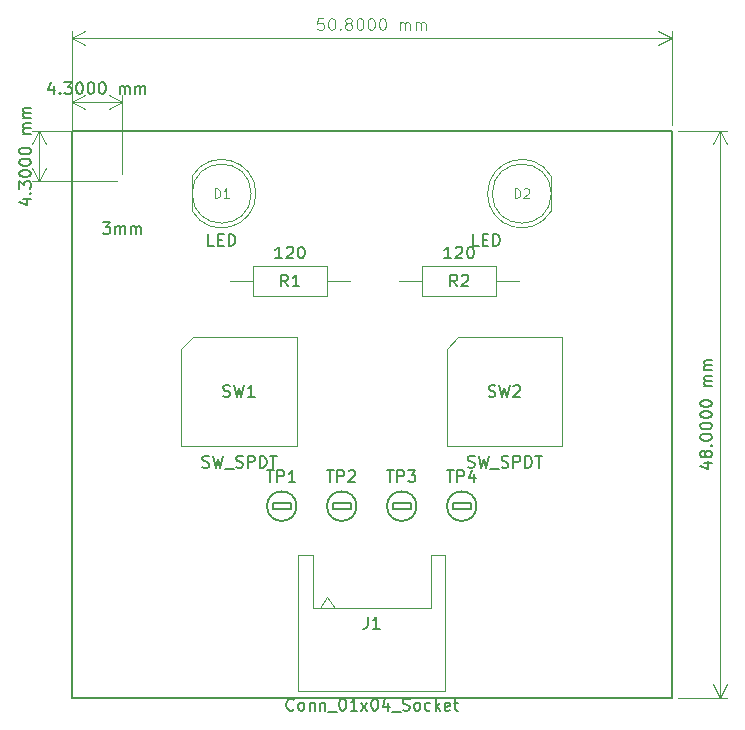
<source format=gbr>
%TF.GenerationSoftware,KiCad,Pcbnew,8.0.8*%
%TF.CreationDate,2025-03-31T22:30:44-04:00*%
%TF.ProjectId,rear_lights_unit_control_box,72656172-5f6c-4696-9768-74735f756e69,0*%
%TF.SameCoordinates,Original*%
%TF.FileFunction,AssemblyDrawing,Top*%
%FSLAX46Y46*%
G04 Gerber Fmt 4.6, Leading zero omitted, Abs format (unit mm)*
G04 Created by KiCad (PCBNEW 8.0.8) date 2025-03-31 22:30:44*
%MOMM*%
%LPD*%
G01*
G04 APERTURE LIST*
%ADD10C,0.200000*%
%ADD11C,0.150000*%
%ADD12C,0.100000*%
%ADD13C,0.120000*%
G04 APERTURE END LIST*
D10*
X101600000Y-50800000D02*
X152400000Y-50800000D01*
X152400000Y-98800000D01*
X101600000Y-98800000D01*
X101600000Y-50800000D01*
D11*
X136057142Y-60554819D02*
X135580952Y-60554819D01*
X135580952Y-60554819D02*
X135580952Y-59554819D01*
X136390476Y-60031009D02*
X136723809Y-60031009D01*
X136866666Y-60554819D02*
X136390476Y-60554819D01*
X136390476Y-60554819D02*
X136390476Y-59554819D01*
X136390476Y-59554819D02*
X136866666Y-59554819D01*
X137295238Y-60554819D02*
X137295238Y-59554819D01*
X137295238Y-59554819D02*
X137533333Y-59554819D01*
X137533333Y-59554819D02*
X137676190Y-59602438D01*
X137676190Y-59602438D02*
X137771428Y-59697676D01*
X137771428Y-59697676D02*
X137819047Y-59792914D01*
X137819047Y-59792914D02*
X137866666Y-59983390D01*
X137866666Y-59983390D02*
X137866666Y-60126247D01*
X137866666Y-60126247D02*
X137819047Y-60316723D01*
X137819047Y-60316723D02*
X137771428Y-60411961D01*
X137771428Y-60411961D02*
X137676190Y-60507200D01*
X137676190Y-60507200D02*
X137533333Y-60554819D01*
X137533333Y-60554819D02*
X137295238Y-60554819D01*
D12*
X122904762Y-41283419D02*
X122428572Y-41283419D01*
X122428572Y-41283419D02*
X122380953Y-41759609D01*
X122380953Y-41759609D02*
X122428572Y-41711990D01*
X122428572Y-41711990D02*
X122523810Y-41664371D01*
X122523810Y-41664371D02*
X122761905Y-41664371D01*
X122761905Y-41664371D02*
X122857143Y-41711990D01*
X122857143Y-41711990D02*
X122904762Y-41759609D01*
X122904762Y-41759609D02*
X122952381Y-41854847D01*
X122952381Y-41854847D02*
X122952381Y-42092942D01*
X122952381Y-42092942D02*
X122904762Y-42188180D01*
X122904762Y-42188180D02*
X122857143Y-42235800D01*
X122857143Y-42235800D02*
X122761905Y-42283419D01*
X122761905Y-42283419D02*
X122523810Y-42283419D01*
X122523810Y-42283419D02*
X122428572Y-42235800D01*
X122428572Y-42235800D02*
X122380953Y-42188180D01*
X123571429Y-41283419D02*
X123666667Y-41283419D01*
X123666667Y-41283419D02*
X123761905Y-41331038D01*
X123761905Y-41331038D02*
X123809524Y-41378657D01*
X123809524Y-41378657D02*
X123857143Y-41473895D01*
X123857143Y-41473895D02*
X123904762Y-41664371D01*
X123904762Y-41664371D02*
X123904762Y-41902466D01*
X123904762Y-41902466D02*
X123857143Y-42092942D01*
X123857143Y-42092942D02*
X123809524Y-42188180D01*
X123809524Y-42188180D02*
X123761905Y-42235800D01*
X123761905Y-42235800D02*
X123666667Y-42283419D01*
X123666667Y-42283419D02*
X123571429Y-42283419D01*
X123571429Y-42283419D02*
X123476191Y-42235800D01*
X123476191Y-42235800D02*
X123428572Y-42188180D01*
X123428572Y-42188180D02*
X123380953Y-42092942D01*
X123380953Y-42092942D02*
X123333334Y-41902466D01*
X123333334Y-41902466D02*
X123333334Y-41664371D01*
X123333334Y-41664371D02*
X123380953Y-41473895D01*
X123380953Y-41473895D02*
X123428572Y-41378657D01*
X123428572Y-41378657D02*
X123476191Y-41331038D01*
X123476191Y-41331038D02*
X123571429Y-41283419D01*
X124333334Y-42188180D02*
X124380953Y-42235800D01*
X124380953Y-42235800D02*
X124333334Y-42283419D01*
X124333334Y-42283419D02*
X124285715Y-42235800D01*
X124285715Y-42235800D02*
X124333334Y-42188180D01*
X124333334Y-42188180D02*
X124333334Y-42283419D01*
X124952381Y-41711990D02*
X124857143Y-41664371D01*
X124857143Y-41664371D02*
X124809524Y-41616752D01*
X124809524Y-41616752D02*
X124761905Y-41521514D01*
X124761905Y-41521514D02*
X124761905Y-41473895D01*
X124761905Y-41473895D02*
X124809524Y-41378657D01*
X124809524Y-41378657D02*
X124857143Y-41331038D01*
X124857143Y-41331038D02*
X124952381Y-41283419D01*
X124952381Y-41283419D02*
X125142857Y-41283419D01*
X125142857Y-41283419D02*
X125238095Y-41331038D01*
X125238095Y-41331038D02*
X125285714Y-41378657D01*
X125285714Y-41378657D02*
X125333333Y-41473895D01*
X125333333Y-41473895D02*
X125333333Y-41521514D01*
X125333333Y-41521514D02*
X125285714Y-41616752D01*
X125285714Y-41616752D02*
X125238095Y-41664371D01*
X125238095Y-41664371D02*
X125142857Y-41711990D01*
X125142857Y-41711990D02*
X124952381Y-41711990D01*
X124952381Y-41711990D02*
X124857143Y-41759609D01*
X124857143Y-41759609D02*
X124809524Y-41807228D01*
X124809524Y-41807228D02*
X124761905Y-41902466D01*
X124761905Y-41902466D02*
X124761905Y-42092942D01*
X124761905Y-42092942D02*
X124809524Y-42188180D01*
X124809524Y-42188180D02*
X124857143Y-42235800D01*
X124857143Y-42235800D02*
X124952381Y-42283419D01*
X124952381Y-42283419D02*
X125142857Y-42283419D01*
X125142857Y-42283419D02*
X125238095Y-42235800D01*
X125238095Y-42235800D02*
X125285714Y-42188180D01*
X125285714Y-42188180D02*
X125333333Y-42092942D01*
X125333333Y-42092942D02*
X125333333Y-41902466D01*
X125333333Y-41902466D02*
X125285714Y-41807228D01*
X125285714Y-41807228D02*
X125238095Y-41759609D01*
X125238095Y-41759609D02*
X125142857Y-41711990D01*
X125952381Y-41283419D02*
X126047619Y-41283419D01*
X126047619Y-41283419D02*
X126142857Y-41331038D01*
X126142857Y-41331038D02*
X126190476Y-41378657D01*
X126190476Y-41378657D02*
X126238095Y-41473895D01*
X126238095Y-41473895D02*
X126285714Y-41664371D01*
X126285714Y-41664371D02*
X126285714Y-41902466D01*
X126285714Y-41902466D02*
X126238095Y-42092942D01*
X126238095Y-42092942D02*
X126190476Y-42188180D01*
X126190476Y-42188180D02*
X126142857Y-42235800D01*
X126142857Y-42235800D02*
X126047619Y-42283419D01*
X126047619Y-42283419D02*
X125952381Y-42283419D01*
X125952381Y-42283419D02*
X125857143Y-42235800D01*
X125857143Y-42235800D02*
X125809524Y-42188180D01*
X125809524Y-42188180D02*
X125761905Y-42092942D01*
X125761905Y-42092942D02*
X125714286Y-41902466D01*
X125714286Y-41902466D02*
X125714286Y-41664371D01*
X125714286Y-41664371D02*
X125761905Y-41473895D01*
X125761905Y-41473895D02*
X125809524Y-41378657D01*
X125809524Y-41378657D02*
X125857143Y-41331038D01*
X125857143Y-41331038D02*
X125952381Y-41283419D01*
X126904762Y-41283419D02*
X127000000Y-41283419D01*
X127000000Y-41283419D02*
X127095238Y-41331038D01*
X127095238Y-41331038D02*
X127142857Y-41378657D01*
X127142857Y-41378657D02*
X127190476Y-41473895D01*
X127190476Y-41473895D02*
X127238095Y-41664371D01*
X127238095Y-41664371D02*
X127238095Y-41902466D01*
X127238095Y-41902466D02*
X127190476Y-42092942D01*
X127190476Y-42092942D02*
X127142857Y-42188180D01*
X127142857Y-42188180D02*
X127095238Y-42235800D01*
X127095238Y-42235800D02*
X127000000Y-42283419D01*
X127000000Y-42283419D02*
X126904762Y-42283419D01*
X126904762Y-42283419D02*
X126809524Y-42235800D01*
X126809524Y-42235800D02*
X126761905Y-42188180D01*
X126761905Y-42188180D02*
X126714286Y-42092942D01*
X126714286Y-42092942D02*
X126666667Y-41902466D01*
X126666667Y-41902466D02*
X126666667Y-41664371D01*
X126666667Y-41664371D02*
X126714286Y-41473895D01*
X126714286Y-41473895D02*
X126761905Y-41378657D01*
X126761905Y-41378657D02*
X126809524Y-41331038D01*
X126809524Y-41331038D02*
X126904762Y-41283419D01*
X127857143Y-41283419D02*
X127952381Y-41283419D01*
X127952381Y-41283419D02*
X128047619Y-41331038D01*
X128047619Y-41331038D02*
X128095238Y-41378657D01*
X128095238Y-41378657D02*
X128142857Y-41473895D01*
X128142857Y-41473895D02*
X128190476Y-41664371D01*
X128190476Y-41664371D02*
X128190476Y-41902466D01*
X128190476Y-41902466D02*
X128142857Y-42092942D01*
X128142857Y-42092942D02*
X128095238Y-42188180D01*
X128095238Y-42188180D02*
X128047619Y-42235800D01*
X128047619Y-42235800D02*
X127952381Y-42283419D01*
X127952381Y-42283419D02*
X127857143Y-42283419D01*
X127857143Y-42283419D02*
X127761905Y-42235800D01*
X127761905Y-42235800D02*
X127714286Y-42188180D01*
X127714286Y-42188180D02*
X127666667Y-42092942D01*
X127666667Y-42092942D02*
X127619048Y-41902466D01*
X127619048Y-41902466D02*
X127619048Y-41664371D01*
X127619048Y-41664371D02*
X127666667Y-41473895D01*
X127666667Y-41473895D02*
X127714286Y-41378657D01*
X127714286Y-41378657D02*
X127761905Y-41331038D01*
X127761905Y-41331038D02*
X127857143Y-41283419D01*
X129380953Y-42283419D02*
X129380953Y-41616752D01*
X129380953Y-41711990D02*
X129428572Y-41664371D01*
X129428572Y-41664371D02*
X129523810Y-41616752D01*
X129523810Y-41616752D02*
X129666667Y-41616752D01*
X129666667Y-41616752D02*
X129761905Y-41664371D01*
X129761905Y-41664371D02*
X129809524Y-41759609D01*
X129809524Y-41759609D02*
X129809524Y-42283419D01*
X129809524Y-41759609D02*
X129857143Y-41664371D01*
X129857143Y-41664371D02*
X129952381Y-41616752D01*
X129952381Y-41616752D02*
X130095238Y-41616752D01*
X130095238Y-41616752D02*
X130190477Y-41664371D01*
X130190477Y-41664371D02*
X130238096Y-41759609D01*
X130238096Y-41759609D02*
X130238096Y-42283419D01*
X130714286Y-42283419D02*
X130714286Y-41616752D01*
X130714286Y-41711990D02*
X130761905Y-41664371D01*
X130761905Y-41664371D02*
X130857143Y-41616752D01*
X130857143Y-41616752D02*
X131000000Y-41616752D01*
X131000000Y-41616752D02*
X131095238Y-41664371D01*
X131095238Y-41664371D02*
X131142857Y-41759609D01*
X131142857Y-41759609D02*
X131142857Y-42283419D01*
X131142857Y-41759609D02*
X131190476Y-41664371D01*
X131190476Y-41664371D02*
X131285714Y-41616752D01*
X131285714Y-41616752D02*
X131428571Y-41616752D01*
X131428571Y-41616752D02*
X131523810Y-41664371D01*
X131523810Y-41664371D02*
X131571429Y-41759609D01*
X131571429Y-41759609D02*
X131571429Y-42283419D01*
X101600000Y-50300000D02*
X101600000Y-42339580D01*
X152400000Y-50300000D02*
X152400000Y-42339580D01*
X101600000Y-42926000D02*
X152400000Y-42926000D01*
X101600000Y-42926000D02*
X152400000Y-42926000D01*
X101600000Y-42926000D02*
X102726504Y-42339579D01*
X101600000Y-42926000D02*
X102726504Y-43512421D01*
X152400000Y-42926000D02*
X151273496Y-43512421D01*
X152400000Y-42926000D02*
X151273496Y-42339579D01*
D11*
X97488152Y-56616666D02*
X98154819Y-56616666D01*
X97107200Y-56854761D02*
X97821485Y-57092856D01*
X97821485Y-57092856D02*
X97821485Y-56473809D01*
X98059580Y-56092856D02*
X98107200Y-56045237D01*
X98107200Y-56045237D02*
X98154819Y-56092856D01*
X98154819Y-56092856D02*
X98107200Y-56140475D01*
X98107200Y-56140475D02*
X98059580Y-56092856D01*
X98059580Y-56092856D02*
X98154819Y-56092856D01*
X97154819Y-55711904D02*
X97154819Y-55092857D01*
X97154819Y-55092857D02*
X97535771Y-55426190D01*
X97535771Y-55426190D02*
X97535771Y-55283333D01*
X97535771Y-55283333D02*
X97583390Y-55188095D01*
X97583390Y-55188095D02*
X97631009Y-55140476D01*
X97631009Y-55140476D02*
X97726247Y-55092857D01*
X97726247Y-55092857D02*
X97964342Y-55092857D01*
X97964342Y-55092857D02*
X98059580Y-55140476D01*
X98059580Y-55140476D02*
X98107200Y-55188095D01*
X98107200Y-55188095D02*
X98154819Y-55283333D01*
X98154819Y-55283333D02*
X98154819Y-55569047D01*
X98154819Y-55569047D02*
X98107200Y-55664285D01*
X98107200Y-55664285D02*
X98059580Y-55711904D01*
X97154819Y-54473809D02*
X97154819Y-54378571D01*
X97154819Y-54378571D02*
X97202438Y-54283333D01*
X97202438Y-54283333D02*
X97250057Y-54235714D01*
X97250057Y-54235714D02*
X97345295Y-54188095D01*
X97345295Y-54188095D02*
X97535771Y-54140476D01*
X97535771Y-54140476D02*
X97773866Y-54140476D01*
X97773866Y-54140476D02*
X97964342Y-54188095D01*
X97964342Y-54188095D02*
X98059580Y-54235714D01*
X98059580Y-54235714D02*
X98107200Y-54283333D01*
X98107200Y-54283333D02*
X98154819Y-54378571D01*
X98154819Y-54378571D02*
X98154819Y-54473809D01*
X98154819Y-54473809D02*
X98107200Y-54569047D01*
X98107200Y-54569047D02*
X98059580Y-54616666D01*
X98059580Y-54616666D02*
X97964342Y-54664285D01*
X97964342Y-54664285D02*
X97773866Y-54711904D01*
X97773866Y-54711904D02*
X97535771Y-54711904D01*
X97535771Y-54711904D02*
X97345295Y-54664285D01*
X97345295Y-54664285D02*
X97250057Y-54616666D01*
X97250057Y-54616666D02*
X97202438Y-54569047D01*
X97202438Y-54569047D02*
X97154819Y-54473809D01*
X97154819Y-53521428D02*
X97154819Y-53426190D01*
X97154819Y-53426190D02*
X97202438Y-53330952D01*
X97202438Y-53330952D02*
X97250057Y-53283333D01*
X97250057Y-53283333D02*
X97345295Y-53235714D01*
X97345295Y-53235714D02*
X97535771Y-53188095D01*
X97535771Y-53188095D02*
X97773866Y-53188095D01*
X97773866Y-53188095D02*
X97964342Y-53235714D01*
X97964342Y-53235714D02*
X98059580Y-53283333D01*
X98059580Y-53283333D02*
X98107200Y-53330952D01*
X98107200Y-53330952D02*
X98154819Y-53426190D01*
X98154819Y-53426190D02*
X98154819Y-53521428D01*
X98154819Y-53521428D02*
X98107200Y-53616666D01*
X98107200Y-53616666D02*
X98059580Y-53664285D01*
X98059580Y-53664285D02*
X97964342Y-53711904D01*
X97964342Y-53711904D02*
X97773866Y-53759523D01*
X97773866Y-53759523D02*
X97535771Y-53759523D01*
X97535771Y-53759523D02*
X97345295Y-53711904D01*
X97345295Y-53711904D02*
X97250057Y-53664285D01*
X97250057Y-53664285D02*
X97202438Y-53616666D01*
X97202438Y-53616666D02*
X97154819Y-53521428D01*
X97154819Y-52569047D02*
X97154819Y-52473809D01*
X97154819Y-52473809D02*
X97202438Y-52378571D01*
X97202438Y-52378571D02*
X97250057Y-52330952D01*
X97250057Y-52330952D02*
X97345295Y-52283333D01*
X97345295Y-52283333D02*
X97535771Y-52235714D01*
X97535771Y-52235714D02*
X97773866Y-52235714D01*
X97773866Y-52235714D02*
X97964342Y-52283333D01*
X97964342Y-52283333D02*
X98059580Y-52330952D01*
X98059580Y-52330952D02*
X98107200Y-52378571D01*
X98107200Y-52378571D02*
X98154819Y-52473809D01*
X98154819Y-52473809D02*
X98154819Y-52569047D01*
X98154819Y-52569047D02*
X98107200Y-52664285D01*
X98107200Y-52664285D02*
X98059580Y-52711904D01*
X98059580Y-52711904D02*
X97964342Y-52759523D01*
X97964342Y-52759523D02*
X97773866Y-52807142D01*
X97773866Y-52807142D02*
X97535771Y-52807142D01*
X97535771Y-52807142D02*
X97345295Y-52759523D01*
X97345295Y-52759523D02*
X97250057Y-52711904D01*
X97250057Y-52711904D02*
X97202438Y-52664285D01*
X97202438Y-52664285D02*
X97154819Y-52569047D01*
X98154819Y-51045237D02*
X97488152Y-51045237D01*
X97583390Y-51045237D02*
X97535771Y-50997618D01*
X97535771Y-50997618D02*
X97488152Y-50902380D01*
X97488152Y-50902380D02*
X97488152Y-50759523D01*
X97488152Y-50759523D02*
X97535771Y-50664285D01*
X97535771Y-50664285D02*
X97631009Y-50616666D01*
X97631009Y-50616666D02*
X98154819Y-50616666D01*
X97631009Y-50616666D02*
X97535771Y-50569047D01*
X97535771Y-50569047D02*
X97488152Y-50473809D01*
X97488152Y-50473809D02*
X97488152Y-50330952D01*
X97488152Y-50330952D02*
X97535771Y-50235713D01*
X97535771Y-50235713D02*
X97631009Y-50188094D01*
X97631009Y-50188094D02*
X98154819Y-50188094D01*
X98154819Y-49711904D02*
X97488152Y-49711904D01*
X97583390Y-49711904D02*
X97535771Y-49664285D01*
X97535771Y-49664285D02*
X97488152Y-49569047D01*
X97488152Y-49569047D02*
X97488152Y-49426190D01*
X97488152Y-49426190D02*
X97535771Y-49330952D01*
X97535771Y-49330952D02*
X97631009Y-49283333D01*
X97631009Y-49283333D02*
X98154819Y-49283333D01*
X97631009Y-49283333D02*
X97535771Y-49235714D01*
X97535771Y-49235714D02*
X97488152Y-49140476D01*
X97488152Y-49140476D02*
X97488152Y-48997619D01*
X97488152Y-48997619D02*
X97535771Y-48902380D01*
X97535771Y-48902380D02*
X97631009Y-48854761D01*
X97631009Y-48854761D02*
X98154819Y-48854761D01*
D12*
X105400000Y-55100000D02*
X98263580Y-55100000D01*
X105400000Y-50800000D02*
X98263580Y-50800000D01*
X98850000Y-55100000D02*
X98850000Y-50800000D01*
X98850000Y-55100000D02*
X98850000Y-50800000D01*
X98850000Y-55100000D02*
X98263579Y-53973496D01*
X98850000Y-55100000D02*
X99436421Y-53973496D01*
X98850000Y-50800000D02*
X99436421Y-51926504D01*
X98850000Y-50800000D02*
X98263579Y-51926504D01*
D11*
X155138152Y-78942856D02*
X155804819Y-78942856D01*
X154757200Y-79180951D02*
X155471485Y-79419046D01*
X155471485Y-79419046D02*
X155471485Y-78799999D01*
X155233390Y-78276189D02*
X155185771Y-78371427D01*
X155185771Y-78371427D02*
X155138152Y-78419046D01*
X155138152Y-78419046D02*
X155042914Y-78466665D01*
X155042914Y-78466665D02*
X154995295Y-78466665D01*
X154995295Y-78466665D02*
X154900057Y-78419046D01*
X154900057Y-78419046D02*
X154852438Y-78371427D01*
X154852438Y-78371427D02*
X154804819Y-78276189D01*
X154804819Y-78276189D02*
X154804819Y-78085713D01*
X154804819Y-78085713D02*
X154852438Y-77990475D01*
X154852438Y-77990475D02*
X154900057Y-77942856D01*
X154900057Y-77942856D02*
X154995295Y-77895237D01*
X154995295Y-77895237D02*
X155042914Y-77895237D01*
X155042914Y-77895237D02*
X155138152Y-77942856D01*
X155138152Y-77942856D02*
X155185771Y-77990475D01*
X155185771Y-77990475D02*
X155233390Y-78085713D01*
X155233390Y-78085713D02*
X155233390Y-78276189D01*
X155233390Y-78276189D02*
X155281009Y-78371427D01*
X155281009Y-78371427D02*
X155328628Y-78419046D01*
X155328628Y-78419046D02*
X155423866Y-78466665D01*
X155423866Y-78466665D02*
X155614342Y-78466665D01*
X155614342Y-78466665D02*
X155709580Y-78419046D01*
X155709580Y-78419046D02*
X155757200Y-78371427D01*
X155757200Y-78371427D02*
X155804819Y-78276189D01*
X155804819Y-78276189D02*
X155804819Y-78085713D01*
X155804819Y-78085713D02*
X155757200Y-77990475D01*
X155757200Y-77990475D02*
X155709580Y-77942856D01*
X155709580Y-77942856D02*
X155614342Y-77895237D01*
X155614342Y-77895237D02*
X155423866Y-77895237D01*
X155423866Y-77895237D02*
X155328628Y-77942856D01*
X155328628Y-77942856D02*
X155281009Y-77990475D01*
X155281009Y-77990475D02*
X155233390Y-78085713D01*
X155709580Y-77466665D02*
X155757200Y-77419046D01*
X155757200Y-77419046D02*
X155804819Y-77466665D01*
X155804819Y-77466665D02*
X155757200Y-77514284D01*
X155757200Y-77514284D02*
X155709580Y-77466665D01*
X155709580Y-77466665D02*
X155804819Y-77466665D01*
X154804819Y-76799999D02*
X154804819Y-76704761D01*
X154804819Y-76704761D02*
X154852438Y-76609523D01*
X154852438Y-76609523D02*
X154900057Y-76561904D01*
X154900057Y-76561904D02*
X154995295Y-76514285D01*
X154995295Y-76514285D02*
X155185771Y-76466666D01*
X155185771Y-76466666D02*
X155423866Y-76466666D01*
X155423866Y-76466666D02*
X155614342Y-76514285D01*
X155614342Y-76514285D02*
X155709580Y-76561904D01*
X155709580Y-76561904D02*
X155757200Y-76609523D01*
X155757200Y-76609523D02*
X155804819Y-76704761D01*
X155804819Y-76704761D02*
X155804819Y-76799999D01*
X155804819Y-76799999D02*
X155757200Y-76895237D01*
X155757200Y-76895237D02*
X155709580Y-76942856D01*
X155709580Y-76942856D02*
X155614342Y-76990475D01*
X155614342Y-76990475D02*
X155423866Y-77038094D01*
X155423866Y-77038094D02*
X155185771Y-77038094D01*
X155185771Y-77038094D02*
X154995295Y-76990475D01*
X154995295Y-76990475D02*
X154900057Y-76942856D01*
X154900057Y-76942856D02*
X154852438Y-76895237D01*
X154852438Y-76895237D02*
X154804819Y-76799999D01*
X154804819Y-75847618D02*
X154804819Y-75752380D01*
X154804819Y-75752380D02*
X154852438Y-75657142D01*
X154852438Y-75657142D02*
X154900057Y-75609523D01*
X154900057Y-75609523D02*
X154995295Y-75561904D01*
X154995295Y-75561904D02*
X155185771Y-75514285D01*
X155185771Y-75514285D02*
X155423866Y-75514285D01*
X155423866Y-75514285D02*
X155614342Y-75561904D01*
X155614342Y-75561904D02*
X155709580Y-75609523D01*
X155709580Y-75609523D02*
X155757200Y-75657142D01*
X155757200Y-75657142D02*
X155804819Y-75752380D01*
X155804819Y-75752380D02*
X155804819Y-75847618D01*
X155804819Y-75847618D02*
X155757200Y-75942856D01*
X155757200Y-75942856D02*
X155709580Y-75990475D01*
X155709580Y-75990475D02*
X155614342Y-76038094D01*
X155614342Y-76038094D02*
X155423866Y-76085713D01*
X155423866Y-76085713D02*
X155185771Y-76085713D01*
X155185771Y-76085713D02*
X154995295Y-76038094D01*
X154995295Y-76038094D02*
X154900057Y-75990475D01*
X154900057Y-75990475D02*
X154852438Y-75942856D01*
X154852438Y-75942856D02*
X154804819Y-75847618D01*
X154804819Y-74895237D02*
X154804819Y-74799999D01*
X154804819Y-74799999D02*
X154852438Y-74704761D01*
X154852438Y-74704761D02*
X154900057Y-74657142D01*
X154900057Y-74657142D02*
X154995295Y-74609523D01*
X154995295Y-74609523D02*
X155185771Y-74561904D01*
X155185771Y-74561904D02*
X155423866Y-74561904D01*
X155423866Y-74561904D02*
X155614342Y-74609523D01*
X155614342Y-74609523D02*
X155709580Y-74657142D01*
X155709580Y-74657142D02*
X155757200Y-74704761D01*
X155757200Y-74704761D02*
X155804819Y-74799999D01*
X155804819Y-74799999D02*
X155804819Y-74895237D01*
X155804819Y-74895237D02*
X155757200Y-74990475D01*
X155757200Y-74990475D02*
X155709580Y-75038094D01*
X155709580Y-75038094D02*
X155614342Y-75085713D01*
X155614342Y-75085713D02*
X155423866Y-75133332D01*
X155423866Y-75133332D02*
X155185771Y-75133332D01*
X155185771Y-75133332D02*
X154995295Y-75085713D01*
X154995295Y-75085713D02*
X154900057Y-75038094D01*
X154900057Y-75038094D02*
X154852438Y-74990475D01*
X154852438Y-74990475D02*
X154804819Y-74895237D01*
X154804819Y-73942856D02*
X154804819Y-73847618D01*
X154804819Y-73847618D02*
X154852438Y-73752380D01*
X154852438Y-73752380D02*
X154900057Y-73704761D01*
X154900057Y-73704761D02*
X154995295Y-73657142D01*
X154995295Y-73657142D02*
X155185771Y-73609523D01*
X155185771Y-73609523D02*
X155423866Y-73609523D01*
X155423866Y-73609523D02*
X155614342Y-73657142D01*
X155614342Y-73657142D02*
X155709580Y-73704761D01*
X155709580Y-73704761D02*
X155757200Y-73752380D01*
X155757200Y-73752380D02*
X155804819Y-73847618D01*
X155804819Y-73847618D02*
X155804819Y-73942856D01*
X155804819Y-73942856D02*
X155757200Y-74038094D01*
X155757200Y-74038094D02*
X155709580Y-74085713D01*
X155709580Y-74085713D02*
X155614342Y-74133332D01*
X155614342Y-74133332D02*
X155423866Y-74180951D01*
X155423866Y-74180951D02*
X155185771Y-74180951D01*
X155185771Y-74180951D02*
X154995295Y-74133332D01*
X154995295Y-74133332D02*
X154900057Y-74085713D01*
X154900057Y-74085713D02*
X154852438Y-74038094D01*
X154852438Y-74038094D02*
X154804819Y-73942856D01*
X155804819Y-72419046D02*
X155138152Y-72419046D01*
X155233390Y-72419046D02*
X155185771Y-72371427D01*
X155185771Y-72371427D02*
X155138152Y-72276189D01*
X155138152Y-72276189D02*
X155138152Y-72133332D01*
X155138152Y-72133332D02*
X155185771Y-72038094D01*
X155185771Y-72038094D02*
X155281009Y-71990475D01*
X155281009Y-71990475D02*
X155804819Y-71990475D01*
X155281009Y-71990475D02*
X155185771Y-71942856D01*
X155185771Y-71942856D02*
X155138152Y-71847618D01*
X155138152Y-71847618D02*
X155138152Y-71704761D01*
X155138152Y-71704761D02*
X155185771Y-71609522D01*
X155185771Y-71609522D02*
X155281009Y-71561903D01*
X155281009Y-71561903D02*
X155804819Y-71561903D01*
X155804819Y-71085713D02*
X155138152Y-71085713D01*
X155233390Y-71085713D02*
X155185771Y-71038094D01*
X155185771Y-71038094D02*
X155138152Y-70942856D01*
X155138152Y-70942856D02*
X155138152Y-70799999D01*
X155138152Y-70799999D02*
X155185771Y-70704761D01*
X155185771Y-70704761D02*
X155281009Y-70657142D01*
X155281009Y-70657142D02*
X155804819Y-70657142D01*
X155281009Y-70657142D02*
X155185771Y-70609523D01*
X155185771Y-70609523D02*
X155138152Y-70514285D01*
X155138152Y-70514285D02*
X155138152Y-70371428D01*
X155138152Y-70371428D02*
X155185771Y-70276189D01*
X155185771Y-70276189D02*
X155281009Y-70228570D01*
X155281009Y-70228570D02*
X155804819Y-70228570D01*
D12*
X152900000Y-50800000D02*
X157086420Y-50800000D01*
X152900000Y-98800000D02*
X157086420Y-98800000D01*
X156500000Y-50800000D02*
X156500000Y-98800000D01*
X156500000Y-50800000D02*
X156500000Y-98800000D01*
X156500000Y-50800000D02*
X157086421Y-51926504D01*
X156500000Y-50800000D02*
X155913579Y-51926504D01*
X156500000Y-98800000D02*
X155913579Y-97673496D01*
X156500000Y-98800000D02*
X157086421Y-97673496D01*
D11*
X100083333Y-47028152D02*
X100083333Y-47694819D01*
X99845238Y-46647200D02*
X99607143Y-47361485D01*
X99607143Y-47361485D02*
X100226190Y-47361485D01*
X100607143Y-47599580D02*
X100654762Y-47647200D01*
X100654762Y-47647200D02*
X100607143Y-47694819D01*
X100607143Y-47694819D02*
X100559524Y-47647200D01*
X100559524Y-47647200D02*
X100607143Y-47599580D01*
X100607143Y-47599580D02*
X100607143Y-47694819D01*
X100988095Y-46694819D02*
X101607142Y-46694819D01*
X101607142Y-46694819D02*
X101273809Y-47075771D01*
X101273809Y-47075771D02*
X101416666Y-47075771D01*
X101416666Y-47075771D02*
X101511904Y-47123390D01*
X101511904Y-47123390D02*
X101559523Y-47171009D01*
X101559523Y-47171009D02*
X101607142Y-47266247D01*
X101607142Y-47266247D02*
X101607142Y-47504342D01*
X101607142Y-47504342D02*
X101559523Y-47599580D01*
X101559523Y-47599580D02*
X101511904Y-47647200D01*
X101511904Y-47647200D02*
X101416666Y-47694819D01*
X101416666Y-47694819D02*
X101130952Y-47694819D01*
X101130952Y-47694819D02*
X101035714Y-47647200D01*
X101035714Y-47647200D02*
X100988095Y-47599580D01*
X102226190Y-46694819D02*
X102321428Y-46694819D01*
X102321428Y-46694819D02*
X102416666Y-46742438D01*
X102416666Y-46742438D02*
X102464285Y-46790057D01*
X102464285Y-46790057D02*
X102511904Y-46885295D01*
X102511904Y-46885295D02*
X102559523Y-47075771D01*
X102559523Y-47075771D02*
X102559523Y-47313866D01*
X102559523Y-47313866D02*
X102511904Y-47504342D01*
X102511904Y-47504342D02*
X102464285Y-47599580D01*
X102464285Y-47599580D02*
X102416666Y-47647200D01*
X102416666Y-47647200D02*
X102321428Y-47694819D01*
X102321428Y-47694819D02*
X102226190Y-47694819D01*
X102226190Y-47694819D02*
X102130952Y-47647200D01*
X102130952Y-47647200D02*
X102083333Y-47599580D01*
X102083333Y-47599580D02*
X102035714Y-47504342D01*
X102035714Y-47504342D02*
X101988095Y-47313866D01*
X101988095Y-47313866D02*
X101988095Y-47075771D01*
X101988095Y-47075771D02*
X102035714Y-46885295D01*
X102035714Y-46885295D02*
X102083333Y-46790057D01*
X102083333Y-46790057D02*
X102130952Y-46742438D01*
X102130952Y-46742438D02*
X102226190Y-46694819D01*
X103178571Y-46694819D02*
X103273809Y-46694819D01*
X103273809Y-46694819D02*
X103369047Y-46742438D01*
X103369047Y-46742438D02*
X103416666Y-46790057D01*
X103416666Y-46790057D02*
X103464285Y-46885295D01*
X103464285Y-46885295D02*
X103511904Y-47075771D01*
X103511904Y-47075771D02*
X103511904Y-47313866D01*
X103511904Y-47313866D02*
X103464285Y-47504342D01*
X103464285Y-47504342D02*
X103416666Y-47599580D01*
X103416666Y-47599580D02*
X103369047Y-47647200D01*
X103369047Y-47647200D02*
X103273809Y-47694819D01*
X103273809Y-47694819D02*
X103178571Y-47694819D01*
X103178571Y-47694819D02*
X103083333Y-47647200D01*
X103083333Y-47647200D02*
X103035714Y-47599580D01*
X103035714Y-47599580D02*
X102988095Y-47504342D01*
X102988095Y-47504342D02*
X102940476Y-47313866D01*
X102940476Y-47313866D02*
X102940476Y-47075771D01*
X102940476Y-47075771D02*
X102988095Y-46885295D01*
X102988095Y-46885295D02*
X103035714Y-46790057D01*
X103035714Y-46790057D02*
X103083333Y-46742438D01*
X103083333Y-46742438D02*
X103178571Y-46694819D01*
X104130952Y-46694819D02*
X104226190Y-46694819D01*
X104226190Y-46694819D02*
X104321428Y-46742438D01*
X104321428Y-46742438D02*
X104369047Y-46790057D01*
X104369047Y-46790057D02*
X104416666Y-46885295D01*
X104416666Y-46885295D02*
X104464285Y-47075771D01*
X104464285Y-47075771D02*
X104464285Y-47313866D01*
X104464285Y-47313866D02*
X104416666Y-47504342D01*
X104416666Y-47504342D02*
X104369047Y-47599580D01*
X104369047Y-47599580D02*
X104321428Y-47647200D01*
X104321428Y-47647200D02*
X104226190Y-47694819D01*
X104226190Y-47694819D02*
X104130952Y-47694819D01*
X104130952Y-47694819D02*
X104035714Y-47647200D01*
X104035714Y-47647200D02*
X103988095Y-47599580D01*
X103988095Y-47599580D02*
X103940476Y-47504342D01*
X103940476Y-47504342D02*
X103892857Y-47313866D01*
X103892857Y-47313866D02*
X103892857Y-47075771D01*
X103892857Y-47075771D02*
X103940476Y-46885295D01*
X103940476Y-46885295D02*
X103988095Y-46790057D01*
X103988095Y-46790057D02*
X104035714Y-46742438D01*
X104035714Y-46742438D02*
X104130952Y-46694819D01*
X105654762Y-47694819D02*
X105654762Y-47028152D01*
X105654762Y-47123390D02*
X105702381Y-47075771D01*
X105702381Y-47075771D02*
X105797619Y-47028152D01*
X105797619Y-47028152D02*
X105940476Y-47028152D01*
X105940476Y-47028152D02*
X106035714Y-47075771D01*
X106035714Y-47075771D02*
X106083333Y-47171009D01*
X106083333Y-47171009D02*
X106083333Y-47694819D01*
X106083333Y-47171009D02*
X106130952Y-47075771D01*
X106130952Y-47075771D02*
X106226190Y-47028152D01*
X106226190Y-47028152D02*
X106369047Y-47028152D01*
X106369047Y-47028152D02*
X106464286Y-47075771D01*
X106464286Y-47075771D02*
X106511905Y-47171009D01*
X106511905Y-47171009D02*
X106511905Y-47694819D01*
X106988095Y-47694819D02*
X106988095Y-47028152D01*
X106988095Y-47123390D02*
X107035714Y-47075771D01*
X107035714Y-47075771D02*
X107130952Y-47028152D01*
X107130952Y-47028152D02*
X107273809Y-47028152D01*
X107273809Y-47028152D02*
X107369047Y-47075771D01*
X107369047Y-47075771D02*
X107416666Y-47171009D01*
X107416666Y-47171009D02*
X107416666Y-47694819D01*
X107416666Y-47171009D02*
X107464285Y-47075771D01*
X107464285Y-47075771D02*
X107559523Y-47028152D01*
X107559523Y-47028152D02*
X107702380Y-47028152D01*
X107702380Y-47028152D02*
X107797619Y-47075771D01*
X107797619Y-47075771D02*
X107845238Y-47171009D01*
X107845238Y-47171009D02*
X107845238Y-47694819D01*
D12*
X105900000Y-54500000D02*
X105900000Y-47803580D01*
X101600000Y-47803580D02*
X101600000Y-54900000D01*
X105900000Y-48390000D02*
X101600000Y-48390000D01*
X105900000Y-48390000D02*
X101600000Y-48390000D01*
X105900000Y-48390000D02*
X104773496Y-48976421D01*
X105900000Y-48390000D02*
X104773496Y-47803579D01*
X101600000Y-48390000D02*
X102726504Y-47803579D01*
X101600000Y-48390000D02*
X102726504Y-48976421D01*
D11*
X119413333Y-61624819D02*
X118841905Y-61624819D01*
X119127619Y-61624819D02*
X119127619Y-60624819D01*
X119127619Y-60624819D02*
X119032381Y-60767676D01*
X119032381Y-60767676D02*
X118937143Y-60862914D01*
X118937143Y-60862914D02*
X118841905Y-60910533D01*
X119794286Y-60720057D02*
X119841905Y-60672438D01*
X119841905Y-60672438D02*
X119937143Y-60624819D01*
X119937143Y-60624819D02*
X120175238Y-60624819D01*
X120175238Y-60624819D02*
X120270476Y-60672438D01*
X120270476Y-60672438D02*
X120318095Y-60720057D01*
X120318095Y-60720057D02*
X120365714Y-60815295D01*
X120365714Y-60815295D02*
X120365714Y-60910533D01*
X120365714Y-60910533D02*
X120318095Y-61053390D01*
X120318095Y-61053390D02*
X119746667Y-61624819D01*
X119746667Y-61624819D02*
X120365714Y-61624819D01*
X120984762Y-60624819D02*
X121080000Y-60624819D01*
X121080000Y-60624819D02*
X121175238Y-60672438D01*
X121175238Y-60672438D02*
X121222857Y-60720057D01*
X121222857Y-60720057D02*
X121270476Y-60815295D01*
X121270476Y-60815295D02*
X121318095Y-61005771D01*
X121318095Y-61005771D02*
X121318095Y-61243866D01*
X121318095Y-61243866D02*
X121270476Y-61434342D01*
X121270476Y-61434342D02*
X121222857Y-61529580D01*
X121222857Y-61529580D02*
X121175238Y-61577200D01*
X121175238Y-61577200D02*
X121080000Y-61624819D01*
X121080000Y-61624819D02*
X120984762Y-61624819D01*
X120984762Y-61624819D02*
X120889524Y-61577200D01*
X120889524Y-61577200D02*
X120841905Y-61529580D01*
X120841905Y-61529580D02*
X120794286Y-61434342D01*
X120794286Y-61434342D02*
X120746667Y-61243866D01*
X120746667Y-61243866D02*
X120746667Y-61005771D01*
X120746667Y-61005771D02*
X120794286Y-60815295D01*
X120794286Y-60815295D02*
X120841905Y-60720057D01*
X120841905Y-60720057D02*
X120889524Y-60672438D01*
X120889524Y-60672438D02*
X120984762Y-60624819D01*
X119913333Y-63994819D02*
X119580000Y-63518628D01*
X119341905Y-63994819D02*
X119341905Y-62994819D01*
X119341905Y-62994819D02*
X119722857Y-62994819D01*
X119722857Y-62994819D02*
X119818095Y-63042438D01*
X119818095Y-63042438D02*
X119865714Y-63090057D01*
X119865714Y-63090057D02*
X119913333Y-63185295D01*
X119913333Y-63185295D02*
X119913333Y-63328152D01*
X119913333Y-63328152D02*
X119865714Y-63423390D01*
X119865714Y-63423390D02*
X119818095Y-63471009D01*
X119818095Y-63471009D02*
X119722857Y-63518628D01*
X119722857Y-63518628D02*
X119341905Y-63518628D01*
X120865714Y-63994819D02*
X120294286Y-63994819D01*
X120580000Y-63994819D02*
X120580000Y-62994819D01*
X120580000Y-62994819D02*
X120484762Y-63137676D01*
X120484762Y-63137676D02*
X120389524Y-63232914D01*
X120389524Y-63232914D02*
X120294286Y-63280533D01*
X123198095Y-79548819D02*
X123769523Y-79548819D01*
X123483809Y-80548819D02*
X123483809Y-79548819D01*
X124102857Y-80548819D02*
X124102857Y-79548819D01*
X124102857Y-79548819D02*
X124483809Y-79548819D01*
X124483809Y-79548819D02*
X124579047Y-79596438D01*
X124579047Y-79596438D02*
X124626666Y-79644057D01*
X124626666Y-79644057D02*
X124674285Y-79739295D01*
X124674285Y-79739295D02*
X124674285Y-79882152D01*
X124674285Y-79882152D02*
X124626666Y-79977390D01*
X124626666Y-79977390D02*
X124579047Y-80025009D01*
X124579047Y-80025009D02*
X124483809Y-80072628D01*
X124483809Y-80072628D02*
X124102857Y-80072628D01*
X125055238Y-79644057D02*
X125102857Y-79596438D01*
X125102857Y-79596438D02*
X125198095Y-79548819D01*
X125198095Y-79548819D02*
X125436190Y-79548819D01*
X125436190Y-79548819D02*
X125531428Y-79596438D01*
X125531428Y-79596438D02*
X125579047Y-79644057D01*
X125579047Y-79644057D02*
X125626666Y-79739295D01*
X125626666Y-79739295D02*
X125626666Y-79834533D01*
X125626666Y-79834533D02*
X125579047Y-79977390D01*
X125579047Y-79977390D02*
X125007619Y-80548819D01*
X125007619Y-80548819D02*
X125626666Y-80548819D01*
X123198095Y-79548819D02*
X123769523Y-79548819D01*
X123483809Y-80548819D02*
X123483809Y-79548819D01*
X124102857Y-80548819D02*
X124102857Y-79548819D01*
X124102857Y-79548819D02*
X124483809Y-79548819D01*
X124483809Y-79548819D02*
X124579047Y-79596438D01*
X124579047Y-79596438D02*
X124626666Y-79644057D01*
X124626666Y-79644057D02*
X124674285Y-79739295D01*
X124674285Y-79739295D02*
X124674285Y-79882152D01*
X124674285Y-79882152D02*
X124626666Y-79977390D01*
X124626666Y-79977390D02*
X124579047Y-80025009D01*
X124579047Y-80025009D02*
X124483809Y-80072628D01*
X124483809Y-80072628D02*
X124102857Y-80072628D01*
X125055238Y-79644057D02*
X125102857Y-79596438D01*
X125102857Y-79596438D02*
X125198095Y-79548819D01*
X125198095Y-79548819D02*
X125436190Y-79548819D01*
X125436190Y-79548819D02*
X125531428Y-79596438D01*
X125531428Y-79596438D02*
X125579047Y-79644057D01*
X125579047Y-79644057D02*
X125626666Y-79739295D01*
X125626666Y-79739295D02*
X125626666Y-79834533D01*
X125626666Y-79834533D02*
X125579047Y-79977390D01*
X125579047Y-79977390D02*
X125007619Y-80548819D01*
X125007619Y-80548819D02*
X125626666Y-80548819D01*
X112664762Y-79288500D02*
X112807619Y-79336119D01*
X112807619Y-79336119D02*
X113045714Y-79336119D01*
X113045714Y-79336119D02*
X113140952Y-79288500D01*
X113140952Y-79288500D02*
X113188571Y-79240880D01*
X113188571Y-79240880D02*
X113236190Y-79145642D01*
X113236190Y-79145642D02*
X113236190Y-79050404D01*
X113236190Y-79050404D02*
X113188571Y-78955166D01*
X113188571Y-78955166D02*
X113140952Y-78907547D01*
X113140952Y-78907547D02*
X113045714Y-78859928D01*
X113045714Y-78859928D02*
X112855238Y-78812309D01*
X112855238Y-78812309D02*
X112760000Y-78764690D01*
X112760000Y-78764690D02*
X112712381Y-78717071D01*
X112712381Y-78717071D02*
X112664762Y-78621833D01*
X112664762Y-78621833D02*
X112664762Y-78526595D01*
X112664762Y-78526595D02*
X112712381Y-78431357D01*
X112712381Y-78431357D02*
X112760000Y-78383738D01*
X112760000Y-78383738D02*
X112855238Y-78336119D01*
X112855238Y-78336119D02*
X113093333Y-78336119D01*
X113093333Y-78336119D02*
X113236190Y-78383738D01*
X113569524Y-78336119D02*
X113807619Y-79336119D01*
X113807619Y-79336119D02*
X113998095Y-78621833D01*
X113998095Y-78621833D02*
X114188571Y-79336119D01*
X114188571Y-79336119D02*
X114426667Y-78336119D01*
X114569524Y-79431357D02*
X115331428Y-79431357D01*
X115521905Y-79288500D02*
X115664762Y-79336119D01*
X115664762Y-79336119D02*
X115902857Y-79336119D01*
X115902857Y-79336119D02*
X115998095Y-79288500D01*
X115998095Y-79288500D02*
X116045714Y-79240880D01*
X116045714Y-79240880D02*
X116093333Y-79145642D01*
X116093333Y-79145642D02*
X116093333Y-79050404D01*
X116093333Y-79050404D02*
X116045714Y-78955166D01*
X116045714Y-78955166D02*
X115998095Y-78907547D01*
X115998095Y-78907547D02*
X115902857Y-78859928D01*
X115902857Y-78859928D02*
X115712381Y-78812309D01*
X115712381Y-78812309D02*
X115617143Y-78764690D01*
X115617143Y-78764690D02*
X115569524Y-78717071D01*
X115569524Y-78717071D02*
X115521905Y-78621833D01*
X115521905Y-78621833D02*
X115521905Y-78526595D01*
X115521905Y-78526595D02*
X115569524Y-78431357D01*
X115569524Y-78431357D02*
X115617143Y-78383738D01*
X115617143Y-78383738D02*
X115712381Y-78336119D01*
X115712381Y-78336119D02*
X115950476Y-78336119D01*
X115950476Y-78336119D02*
X116093333Y-78383738D01*
X116521905Y-79336119D02*
X116521905Y-78336119D01*
X116521905Y-78336119D02*
X116902857Y-78336119D01*
X116902857Y-78336119D02*
X116998095Y-78383738D01*
X116998095Y-78383738D02*
X117045714Y-78431357D01*
X117045714Y-78431357D02*
X117093333Y-78526595D01*
X117093333Y-78526595D02*
X117093333Y-78669452D01*
X117093333Y-78669452D02*
X117045714Y-78764690D01*
X117045714Y-78764690D02*
X116998095Y-78812309D01*
X116998095Y-78812309D02*
X116902857Y-78859928D01*
X116902857Y-78859928D02*
X116521905Y-78859928D01*
X117521905Y-79336119D02*
X117521905Y-78336119D01*
X117521905Y-78336119D02*
X117760000Y-78336119D01*
X117760000Y-78336119D02*
X117902857Y-78383738D01*
X117902857Y-78383738D02*
X117998095Y-78478976D01*
X117998095Y-78478976D02*
X118045714Y-78574214D01*
X118045714Y-78574214D02*
X118093333Y-78764690D01*
X118093333Y-78764690D02*
X118093333Y-78907547D01*
X118093333Y-78907547D02*
X118045714Y-79098023D01*
X118045714Y-79098023D02*
X117998095Y-79193261D01*
X117998095Y-79193261D02*
X117902857Y-79288500D01*
X117902857Y-79288500D02*
X117760000Y-79336119D01*
X117760000Y-79336119D02*
X117521905Y-79336119D01*
X118379048Y-78336119D02*
X118950476Y-78336119D01*
X118664762Y-79336119D02*
X118664762Y-78336119D01*
X114426667Y-73288500D02*
X114569524Y-73336119D01*
X114569524Y-73336119D02*
X114807619Y-73336119D01*
X114807619Y-73336119D02*
X114902857Y-73288500D01*
X114902857Y-73288500D02*
X114950476Y-73240880D01*
X114950476Y-73240880D02*
X114998095Y-73145642D01*
X114998095Y-73145642D02*
X114998095Y-73050404D01*
X114998095Y-73050404D02*
X114950476Y-72955166D01*
X114950476Y-72955166D02*
X114902857Y-72907547D01*
X114902857Y-72907547D02*
X114807619Y-72859928D01*
X114807619Y-72859928D02*
X114617143Y-72812309D01*
X114617143Y-72812309D02*
X114521905Y-72764690D01*
X114521905Y-72764690D02*
X114474286Y-72717071D01*
X114474286Y-72717071D02*
X114426667Y-72621833D01*
X114426667Y-72621833D02*
X114426667Y-72526595D01*
X114426667Y-72526595D02*
X114474286Y-72431357D01*
X114474286Y-72431357D02*
X114521905Y-72383738D01*
X114521905Y-72383738D02*
X114617143Y-72336119D01*
X114617143Y-72336119D02*
X114855238Y-72336119D01*
X114855238Y-72336119D02*
X114998095Y-72383738D01*
X115331429Y-72336119D02*
X115569524Y-73336119D01*
X115569524Y-73336119D02*
X115760000Y-72621833D01*
X115760000Y-72621833D02*
X115950476Y-73336119D01*
X115950476Y-73336119D02*
X116188572Y-72336119D01*
X117093333Y-73336119D02*
X116521905Y-73336119D01*
X116807619Y-73336119D02*
X116807619Y-72336119D01*
X116807619Y-72336119D02*
X116712381Y-72478976D01*
X116712381Y-72478976D02*
X116617143Y-72574214D01*
X116617143Y-72574214D02*
X116521905Y-72621833D01*
X133358095Y-79548819D02*
X133929523Y-79548819D01*
X133643809Y-80548819D02*
X133643809Y-79548819D01*
X134262857Y-80548819D02*
X134262857Y-79548819D01*
X134262857Y-79548819D02*
X134643809Y-79548819D01*
X134643809Y-79548819D02*
X134739047Y-79596438D01*
X134739047Y-79596438D02*
X134786666Y-79644057D01*
X134786666Y-79644057D02*
X134834285Y-79739295D01*
X134834285Y-79739295D02*
X134834285Y-79882152D01*
X134834285Y-79882152D02*
X134786666Y-79977390D01*
X134786666Y-79977390D02*
X134739047Y-80025009D01*
X134739047Y-80025009D02*
X134643809Y-80072628D01*
X134643809Y-80072628D02*
X134262857Y-80072628D01*
X135691428Y-79882152D02*
X135691428Y-80548819D01*
X135453333Y-79501200D02*
X135215238Y-80215485D01*
X135215238Y-80215485D02*
X135834285Y-80215485D01*
X133358095Y-79548819D02*
X133929523Y-79548819D01*
X133643809Y-80548819D02*
X133643809Y-79548819D01*
X134262857Y-80548819D02*
X134262857Y-79548819D01*
X134262857Y-79548819D02*
X134643809Y-79548819D01*
X134643809Y-79548819D02*
X134739047Y-79596438D01*
X134739047Y-79596438D02*
X134786666Y-79644057D01*
X134786666Y-79644057D02*
X134834285Y-79739295D01*
X134834285Y-79739295D02*
X134834285Y-79882152D01*
X134834285Y-79882152D02*
X134786666Y-79977390D01*
X134786666Y-79977390D02*
X134739047Y-80025009D01*
X134739047Y-80025009D02*
X134643809Y-80072628D01*
X134643809Y-80072628D02*
X134262857Y-80072628D01*
X135691428Y-79882152D02*
X135691428Y-80548819D01*
X135453333Y-79501200D02*
X135215238Y-80215485D01*
X135215238Y-80215485D02*
X135834285Y-80215485D01*
X133733333Y-61624819D02*
X133161905Y-61624819D01*
X133447619Y-61624819D02*
X133447619Y-60624819D01*
X133447619Y-60624819D02*
X133352381Y-60767676D01*
X133352381Y-60767676D02*
X133257143Y-60862914D01*
X133257143Y-60862914D02*
X133161905Y-60910533D01*
X134114286Y-60720057D02*
X134161905Y-60672438D01*
X134161905Y-60672438D02*
X134257143Y-60624819D01*
X134257143Y-60624819D02*
X134495238Y-60624819D01*
X134495238Y-60624819D02*
X134590476Y-60672438D01*
X134590476Y-60672438D02*
X134638095Y-60720057D01*
X134638095Y-60720057D02*
X134685714Y-60815295D01*
X134685714Y-60815295D02*
X134685714Y-60910533D01*
X134685714Y-60910533D02*
X134638095Y-61053390D01*
X134638095Y-61053390D02*
X134066667Y-61624819D01*
X134066667Y-61624819D02*
X134685714Y-61624819D01*
X135304762Y-60624819D02*
X135400000Y-60624819D01*
X135400000Y-60624819D02*
X135495238Y-60672438D01*
X135495238Y-60672438D02*
X135542857Y-60720057D01*
X135542857Y-60720057D02*
X135590476Y-60815295D01*
X135590476Y-60815295D02*
X135638095Y-61005771D01*
X135638095Y-61005771D02*
X135638095Y-61243866D01*
X135638095Y-61243866D02*
X135590476Y-61434342D01*
X135590476Y-61434342D02*
X135542857Y-61529580D01*
X135542857Y-61529580D02*
X135495238Y-61577200D01*
X135495238Y-61577200D02*
X135400000Y-61624819D01*
X135400000Y-61624819D02*
X135304762Y-61624819D01*
X135304762Y-61624819D02*
X135209524Y-61577200D01*
X135209524Y-61577200D02*
X135161905Y-61529580D01*
X135161905Y-61529580D02*
X135114286Y-61434342D01*
X135114286Y-61434342D02*
X135066667Y-61243866D01*
X135066667Y-61243866D02*
X135066667Y-61005771D01*
X135066667Y-61005771D02*
X135114286Y-60815295D01*
X135114286Y-60815295D02*
X135161905Y-60720057D01*
X135161905Y-60720057D02*
X135209524Y-60672438D01*
X135209524Y-60672438D02*
X135304762Y-60624819D01*
X134233333Y-63994819D02*
X133900000Y-63518628D01*
X133661905Y-63994819D02*
X133661905Y-62994819D01*
X133661905Y-62994819D02*
X134042857Y-62994819D01*
X134042857Y-62994819D02*
X134138095Y-63042438D01*
X134138095Y-63042438D02*
X134185714Y-63090057D01*
X134185714Y-63090057D02*
X134233333Y-63185295D01*
X134233333Y-63185295D02*
X134233333Y-63328152D01*
X134233333Y-63328152D02*
X134185714Y-63423390D01*
X134185714Y-63423390D02*
X134138095Y-63471009D01*
X134138095Y-63471009D02*
X134042857Y-63518628D01*
X134042857Y-63518628D02*
X133661905Y-63518628D01*
X134614286Y-63090057D02*
X134661905Y-63042438D01*
X134661905Y-63042438D02*
X134757143Y-62994819D01*
X134757143Y-62994819D02*
X134995238Y-62994819D01*
X134995238Y-62994819D02*
X135090476Y-63042438D01*
X135090476Y-63042438D02*
X135138095Y-63090057D01*
X135138095Y-63090057D02*
X135185714Y-63185295D01*
X135185714Y-63185295D02*
X135185714Y-63280533D01*
X135185714Y-63280533D02*
X135138095Y-63423390D01*
X135138095Y-63423390D02*
X134566667Y-63994819D01*
X134566667Y-63994819D02*
X135185714Y-63994819D01*
X113652142Y-60548819D02*
X113175952Y-60548819D01*
X113175952Y-60548819D02*
X113175952Y-59548819D01*
X113985476Y-60025009D02*
X114318809Y-60025009D01*
X114461666Y-60548819D02*
X113985476Y-60548819D01*
X113985476Y-60548819D02*
X113985476Y-59548819D01*
X113985476Y-59548819D02*
X114461666Y-59548819D01*
X114890238Y-60548819D02*
X114890238Y-59548819D01*
X114890238Y-59548819D02*
X115128333Y-59548819D01*
X115128333Y-59548819D02*
X115271190Y-59596438D01*
X115271190Y-59596438D02*
X115366428Y-59691676D01*
X115366428Y-59691676D02*
X115414047Y-59786914D01*
X115414047Y-59786914D02*
X115461666Y-59977390D01*
X115461666Y-59977390D02*
X115461666Y-60120247D01*
X115461666Y-60120247D02*
X115414047Y-60310723D01*
X115414047Y-60310723D02*
X115366428Y-60405961D01*
X115366428Y-60405961D02*
X115271190Y-60501200D01*
X115271190Y-60501200D02*
X115128333Y-60548819D01*
X115128333Y-60548819D02*
X114890238Y-60548819D01*
D13*
X113704524Y-56497855D02*
X113704524Y-55697855D01*
X113704524Y-55697855D02*
X113895000Y-55697855D01*
X113895000Y-55697855D02*
X114009286Y-55735950D01*
X114009286Y-55735950D02*
X114085476Y-55812140D01*
X114085476Y-55812140D02*
X114123571Y-55888331D01*
X114123571Y-55888331D02*
X114161667Y-56040712D01*
X114161667Y-56040712D02*
X114161667Y-56154998D01*
X114161667Y-56154998D02*
X114123571Y-56307379D01*
X114123571Y-56307379D02*
X114085476Y-56383569D01*
X114085476Y-56383569D02*
X114009286Y-56459760D01*
X114009286Y-56459760D02*
X113895000Y-56497855D01*
X113895000Y-56497855D02*
X113704524Y-56497855D01*
X114923571Y-56497855D02*
X114466428Y-56497855D01*
X114695000Y-56497855D02*
X114695000Y-55697855D01*
X114695000Y-55697855D02*
X114618809Y-55812140D01*
X114618809Y-55812140D02*
X114542619Y-55888331D01*
X114542619Y-55888331D02*
X114466428Y-55926426D01*
X139113524Y-56497855D02*
X139113524Y-55697855D01*
X139113524Y-55697855D02*
X139304000Y-55697855D01*
X139304000Y-55697855D02*
X139418286Y-55735950D01*
X139418286Y-55735950D02*
X139494476Y-55812140D01*
X139494476Y-55812140D02*
X139532571Y-55888331D01*
X139532571Y-55888331D02*
X139570667Y-56040712D01*
X139570667Y-56040712D02*
X139570667Y-56154998D01*
X139570667Y-56154998D02*
X139532571Y-56307379D01*
X139532571Y-56307379D02*
X139494476Y-56383569D01*
X139494476Y-56383569D02*
X139418286Y-56459760D01*
X139418286Y-56459760D02*
X139304000Y-56497855D01*
X139304000Y-56497855D02*
X139113524Y-56497855D01*
X139875428Y-55774045D02*
X139913524Y-55735950D01*
X139913524Y-55735950D02*
X139989714Y-55697855D01*
X139989714Y-55697855D02*
X140180190Y-55697855D01*
X140180190Y-55697855D02*
X140256381Y-55735950D01*
X140256381Y-55735950D02*
X140294476Y-55774045D01*
X140294476Y-55774045D02*
X140332571Y-55850236D01*
X140332571Y-55850236D02*
X140332571Y-55926426D01*
X140332571Y-55926426D02*
X140294476Y-56040712D01*
X140294476Y-56040712D02*
X139837333Y-56497855D01*
X139837333Y-56497855D02*
X140332571Y-56497855D01*
D11*
X118118095Y-79548819D02*
X118689523Y-79548819D01*
X118403809Y-80548819D02*
X118403809Y-79548819D01*
X119022857Y-80548819D02*
X119022857Y-79548819D01*
X119022857Y-79548819D02*
X119403809Y-79548819D01*
X119403809Y-79548819D02*
X119499047Y-79596438D01*
X119499047Y-79596438D02*
X119546666Y-79644057D01*
X119546666Y-79644057D02*
X119594285Y-79739295D01*
X119594285Y-79739295D02*
X119594285Y-79882152D01*
X119594285Y-79882152D02*
X119546666Y-79977390D01*
X119546666Y-79977390D02*
X119499047Y-80025009D01*
X119499047Y-80025009D02*
X119403809Y-80072628D01*
X119403809Y-80072628D02*
X119022857Y-80072628D01*
X120546666Y-80548819D02*
X119975238Y-80548819D01*
X120260952Y-80548819D02*
X120260952Y-79548819D01*
X120260952Y-79548819D02*
X120165714Y-79691676D01*
X120165714Y-79691676D02*
X120070476Y-79786914D01*
X120070476Y-79786914D02*
X119975238Y-79834533D01*
X118118095Y-79548819D02*
X118689523Y-79548819D01*
X118403809Y-80548819D02*
X118403809Y-79548819D01*
X119022857Y-80548819D02*
X119022857Y-79548819D01*
X119022857Y-79548819D02*
X119403809Y-79548819D01*
X119403809Y-79548819D02*
X119499047Y-79596438D01*
X119499047Y-79596438D02*
X119546666Y-79644057D01*
X119546666Y-79644057D02*
X119594285Y-79739295D01*
X119594285Y-79739295D02*
X119594285Y-79882152D01*
X119594285Y-79882152D02*
X119546666Y-79977390D01*
X119546666Y-79977390D02*
X119499047Y-80025009D01*
X119499047Y-80025009D02*
X119403809Y-80072628D01*
X119403809Y-80072628D02*
X119022857Y-80072628D01*
X120546666Y-80548819D02*
X119975238Y-80548819D01*
X120260952Y-80548819D02*
X120260952Y-79548819D01*
X120260952Y-79548819D02*
X120165714Y-79691676D01*
X120165714Y-79691676D02*
X120070476Y-79786914D01*
X120070476Y-79786914D02*
X119975238Y-79834533D01*
X135144762Y-79288500D02*
X135287619Y-79336119D01*
X135287619Y-79336119D02*
X135525714Y-79336119D01*
X135525714Y-79336119D02*
X135620952Y-79288500D01*
X135620952Y-79288500D02*
X135668571Y-79240880D01*
X135668571Y-79240880D02*
X135716190Y-79145642D01*
X135716190Y-79145642D02*
X135716190Y-79050404D01*
X135716190Y-79050404D02*
X135668571Y-78955166D01*
X135668571Y-78955166D02*
X135620952Y-78907547D01*
X135620952Y-78907547D02*
X135525714Y-78859928D01*
X135525714Y-78859928D02*
X135335238Y-78812309D01*
X135335238Y-78812309D02*
X135240000Y-78764690D01*
X135240000Y-78764690D02*
X135192381Y-78717071D01*
X135192381Y-78717071D02*
X135144762Y-78621833D01*
X135144762Y-78621833D02*
X135144762Y-78526595D01*
X135144762Y-78526595D02*
X135192381Y-78431357D01*
X135192381Y-78431357D02*
X135240000Y-78383738D01*
X135240000Y-78383738D02*
X135335238Y-78336119D01*
X135335238Y-78336119D02*
X135573333Y-78336119D01*
X135573333Y-78336119D02*
X135716190Y-78383738D01*
X136049524Y-78336119D02*
X136287619Y-79336119D01*
X136287619Y-79336119D02*
X136478095Y-78621833D01*
X136478095Y-78621833D02*
X136668571Y-79336119D01*
X136668571Y-79336119D02*
X136906667Y-78336119D01*
X137049524Y-79431357D02*
X137811428Y-79431357D01*
X138001905Y-79288500D02*
X138144762Y-79336119D01*
X138144762Y-79336119D02*
X138382857Y-79336119D01*
X138382857Y-79336119D02*
X138478095Y-79288500D01*
X138478095Y-79288500D02*
X138525714Y-79240880D01*
X138525714Y-79240880D02*
X138573333Y-79145642D01*
X138573333Y-79145642D02*
X138573333Y-79050404D01*
X138573333Y-79050404D02*
X138525714Y-78955166D01*
X138525714Y-78955166D02*
X138478095Y-78907547D01*
X138478095Y-78907547D02*
X138382857Y-78859928D01*
X138382857Y-78859928D02*
X138192381Y-78812309D01*
X138192381Y-78812309D02*
X138097143Y-78764690D01*
X138097143Y-78764690D02*
X138049524Y-78717071D01*
X138049524Y-78717071D02*
X138001905Y-78621833D01*
X138001905Y-78621833D02*
X138001905Y-78526595D01*
X138001905Y-78526595D02*
X138049524Y-78431357D01*
X138049524Y-78431357D02*
X138097143Y-78383738D01*
X138097143Y-78383738D02*
X138192381Y-78336119D01*
X138192381Y-78336119D02*
X138430476Y-78336119D01*
X138430476Y-78336119D02*
X138573333Y-78383738D01*
X139001905Y-79336119D02*
X139001905Y-78336119D01*
X139001905Y-78336119D02*
X139382857Y-78336119D01*
X139382857Y-78336119D02*
X139478095Y-78383738D01*
X139478095Y-78383738D02*
X139525714Y-78431357D01*
X139525714Y-78431357D02*
X139573333Y-78526595D01*
X139573333Y-78526595D02*
X139573333Y-78669452D01*
X139573333Y-78669452D02*
X139525714Y-78764690D01*
X139525714Y-78764690D02*
X139478095Y-78812309D01*
X139478095Y-78812309D02*
X139382857Y-78859928D01*
X139382857Y-78859928D02*
X139001905Y-78859928D01*
X140001905Y-79336119D02*
X140001905Y-78336119D01*
X140001905Y-78336119D02*
X140240000Y-78336119D01*
X140240000Y-78336119D02*
X140382857Y-78383738D01*
X140382857Y-78383738D02*
X140478095Y-78478976D01*
X140478095Y-78478976D02*
X140525714Y-78574214D01*
X140525714Y-78574214D02*
X140573333Y-78764690D01*
X140573333Y-78764690D02*
X140573333Y-78907547D01*
X140573333Y-78907547D02*
X140525714Y-79098023D01*
X140525714Y-79098023D02*
X140478095Y-79193261D01*
X140478095Y-79193261D02*
X140382857Y-79288500D01*
X140382857Y-79288500D02*
X140240000Y-79336119D01*
X140240000Y-79336119D02*
X140001905Y-79336119D01*
X140859048Y-78336119D02*
X141430476Y-78336119D01*
X141144762Y-79336119D02*
X141144762Y-78336119D01*
X136906667Y-73288500D02*
X137049524Y-73336119D01*
X137049524Y-73336119D02*
X137287619Y-73336119D01*
X137287619Y-73336119D02*
X137382857Y-73288500D01*
X137382857Y-73288500D02*
X137430476Y-73240880D01*
X137430476Y-73240880D02*
X137478095Y-73145642D01*
X137478095Y-73145642D02*
X137478095Y-73050404D01*
X137478095Y-73050404D02*
X137430476Y-72955166D01*
X137430476Y-72955166D02*
X137382857Y-72907547D01*
X137382857Y-72907547D02*
X137287619Y-72859928D01*
X137287619Y-72859928D02*
X137097143Y-72812309D01*
X137097143Y-72812309D02*
X137001905Y-72764690D01*
X137001905Y-72764690D02*
X136954286Y-72717071D01*
X136954286Y-72717071D02*
X136906667Y-72621833D01*
X136906667Y-72621833D02*
X136906667Y-72526595D01*
X136906667Y-72526595D02*
X136954286Y-72431357D01*
X136954286Y-72431357D02*
X137001905Y-72383738D01*
X137001905Y-72383738D02*
X137097143Y-72336119D01*
X137097143Y-72336119D02*
X137335238Y-72336119D01*
X137335238Y-72336119D02*
X137478095Y-72383738D01*
X137811429Y-72336119D02*
X138049524Y-73336119D01*
X138049524Y-73336119D02*
X138240000Y-72621833D01*
X138240000Y-72621833D02*
X138430476Y-73336119D01*
X138430476Y-73336119D02*
X138668572Y-72336119D01*
X139001905Y-72431357D02*
X139049524Y-72383738D01*
X139049524Y-72383738D02*
X139144762Y-72336119D01*
X139144762Y-72336119D02*
X139382857Y-72336119D01*
X139382857Y-72336119D02*
X139478095Y-72383738D01*
X139478095Y-72383738D02*
X139525714Y-72431357D01*
X139525714Y-72431357D02*
X139573333Y-72526595D01*
X139573333Y-72526595D02*
X139573333Y-72621833D01*
X139573333Y-72621833D02*
X139525714Y-72764690D01*
X139525714Y-72764690D02*
X138954286Y-73336119D01*
X138954286Y-73336119D02*
X139573333Y-73336119D01*
X120404760Y-99809580D02*
X120357141Y-99857200D01*
X120357141Y-99857200D02*
X120214284Y-99904819D01*
X120214284Y-99904819D02*
X120119046Y-99904819D01*
X120119046Y-99904819D02*
X119976189Y-99857200D01*
X119976189Y-99857200D02*
X119880951Y-99761961D01*
X119880951Y-99761961D02*
X119833332Y-99666723D01*
X119833332Y-99666723D02*
X119785713Y-99476247D01*
X119785713Y-99476247D02*
X119785713Y-99333390D01*
X119785713Y-99333390D02*
X119833332Y-99142914D01*
X119833332Y-99142914D02*
X119880951Y-99047676D01*
X119880951Y-99047676D02*
X119976189Y-98952438D01*
X119976189Y-98952438D02*
X120119046Y-98904819D01*
X120119046Y-98904819D02*
X120214284Y-98904819D01*
X120214284Y-98904819D02*
X120357141Y-98952438D01*
X120357141Y-98952438D02*
X120404760Y-99000057D01*
X120976189Y-99904819D02*
X120880951Y-99857200D01*
X120880951Y-99857200D02*
X120833332Y-99809580D01*
X120833332Y-99809580D02*
X120785713Y-99714342D01*
X120785713Y-99714342D02*
X120785713Y-99428628D01*
X120785713Y-99428628D02*
X120833332Y-99333390D01*
X120833332Y-99333390D02*
X120880951Y-99285771D01*
X120880951Y-99285771D02*
X120976189Y-99238152D01*
X120976189Y-99238152D02*
X121119046Y-99238152D01*
X121119046Y-99238152D02*
X121214284Y-99285771D01*
X121214284Y-99285771D02*
X121261903Y-99333390D01*
X121261903Y-99333390D02*
X121309522Y-99428628D01*
X121309522Y-99428628D02*
X121309522Y-99714342D01*
X121309522Y-99714342D02*
X121261903Y-99809580D01*
X121261903Y-99809580D02*
X121214284Y-99857200D01*
X121214284Y-99857200D02*
X121119046Y-99904819D01*
X121119046Y-99904819D02*
X120976189Y-99904819D01*
X121738094Y-99238152D02*
X121738094Y-99904819D01*
X121738094Y-99333390D02*
X121785713Y-99285771D01*
X121785713Y-99285771D02*
X121880951Y-99238152D01*
X121880951Y-99238152D02*
X122023808Y-99238152D01*
X122023808Y-99238152D02*
X122119046Y-99285771D01*
X122119046Y-99285771D02*
X122166665Y-99381009D01*
X122166665Y-99381009D02*
X122166665Y-99904819D01*
X122642856Y-99238152D02*
X122642856Y-99904819D01*
X122642856Y-99333390D02*
X122690475Y-99285771D01*
X122690475Y-99285771D02*
X122785713Y-99238152D01*
X122785713Y-99238152D02*
X122928570Y-99238152D01*
X122928570Y-99238152D02*
X123023808Y-99285771D01*
X123023808Y-99285771D02*
X123071427Y-99381009D01*
X123071427Y-99381009D02*
X123071427Y-99904819D01*
X123309523Y-100000057D02*
X124071427Y-100000057D01*
X124499999Y-98904819D02*
X124595237Y-98904819D01*
X124595237Y-98904819D02*
X124690475Y-98952438D01*
X124690475Y-98952438D02*
X124738094Y-99000057D01*
X124738094Y-99000057D02*
X124785713Y-99095295D01*
X124785713Y-99095295D02*
X124833332Y-99285771D01*
X124833332Y-99285771D02*
X124833332Y-99523866D01*
X124833332Y-99523866D02*
X124785713Y-99714342D01*
X124785713Y-99714342D02*
X124738094Y-99809580D01*
X124738094Y-99809580D02*
X124690475Y-99857200D01*
X124690475Y-99857200D02*
X124595237Y-99904819D01*
X124595237Y-99904819D02*
X124499999Y-99904819D01*
X124499999Y-99904819D02*
X124404761Y-99857200D01*
X124404761Y-99857200D02*
X124357142Y-99809580D01*
X124357142Y-99809580D02*
X124309523Y-99714342D01*
X124309523Y-99714342D02*
X124261904Y-99523866D01*
X124261904Y-99523866D02*
X124261904Y-99285771D01*
X124261904Y-99285771D02*
X124309523Y-99095295D01*
X124309523Y-99095295D02*
X124357142Y-99000057D01*
X124357142Y-99000057D02*
X124404761Y-98952438D01*
X124404761Y-98952438D02*
X124499999Y-98904819D01*
X125785713Y-99904819D02*
X125214285Y-99904819D01*
X125499999Y-99904819D02*
X125499999Y-98904819D01*
X125499999Y-98904819D02*
X125404761Y-99047676D01*
X125404761Y-99047676D02*
X125309523Y-99142914D01*
X125309523Y-99142914D02*
X125214285Y-99190533D01*
X126119047Y-99904819D02*
X126642856Y-99238152D01*
X126119047Y-99238152D02*
X126642856Y-99904819D01*
X127214285Y-98904819D02*
X127309523Y-98904819D01*
X127309523Y-98904819D02*
X127404761Y-98952438D01*
X127404761Y-98952438D02*
X127452380Y-99000057D01*
X127452380Y-99000057D02*
X127499999Y-99095295D01*
X127499999Y-99095295D02*
X127547618Y-99285771D01*
X127547618Y-99285771D02*
X127547618Y-99523866D01*
X127547618Y-99523866D02*
X127499999Y-99714342D01*
X127499999Y-99714342D02*
X127452380Y-99809580D01*
X127452380Y-99809580D02*
X127404761Y-99857200D01*
X127404761Y-99857200D02*
X127309523Y-99904819D01*
X127309523Y-99904819D02*
X127214285Y-99904819D01*
X127214285Y-99904819D02*
X127119047Y-99857200D01*
X127119047Y-99857200D02*
X127071428Y-99809580D01*
X127071428Y-99809580D02*
X127023809Y-99714342D01*
X127023809Y-99714342D02*
X126976190Y-99523866D01*
X126976190Y-99523866D02*
X126976190Y-99285771D01*
X126976190Y-99285771D02*
X127023809Y-99095295D01*
X127023809Y-99095295D02*
X127071428Y-99000057D01*
X127071428Y-99000057D02*
X127119047Y-98952438D01*
X127119047Y-98952438D02*
X127214285Y-98904819D01*
X128404761Y-99238152D02*
X128404761Y-99904819D01*
X128166666Y-98857200D02*
X127928571Y-99571485D01*
X127928571Y-99571485D02*
X128547618Y-99571485D01*
X128690476Y-100000057D02*
X129452380Y-100000057D01*
X129642857Y-99857200D02*
X129785714Y-99904819D01*
X129785714Y-99904819D02*
X130023809Y-99904819D01*
X130023809Y-99904819D02*
X130119047Y-99857200D01*
X130119047Y-99857200D02*
X130166666Y-99809580D01*
X130166666Y-99809580D02*
X130214285Y-99714342D01*
X130214285Y-99714342D02*
X130214285Y-99619104D01*
X130214285Y-99619104D02*
X130166666Y-99523866D01*
X130166666Y-99523866D02*
X130119047Y-99476247D01*
X130119047Y-99476247D02*
X130023809Y-99428628D01*
X130023809Y-99428628D02*
X129833333Y-99381009D01*
X129833333Y-99381009D02*
X129738095Y-99333390D01*
X129738095Y-99333390D02*
X129690476Y-99285771D01*
X129690476Y-99285771D02*
X129642857Y-99190533D01*
X129642857Y-99190533D02*
X129642857Y-99095295D01*
X129642857Y-99095295D02*
X129690476Y-99000057D01*
X129690476Y-99000057D02*
X129738095Y-98952438D01*
X129738095Y-98952438D02*
X129833333Y-98904819D01*
X129833333Y-98904819D02*
X130071428Y-98904819D01*
X130071428Y-98904819D02*
X130214285Y-98952438D01*
X130785714Y-99904819D02*
X130690476Y-99857200D01*
X130690476Y-99857200D02*
X130642857Y-99809580D01*
X130642857Y-99809580D02*
X130595238Y-99714342D01*
X130595238Y-99714342D02*
X130595238Y-99428628D01*
X130595238Y-99428628D02*
X130642857Y-99333390D01*
X130642857Y-99333390D02*
X130690476Y-99285771D01*
X130690476Y-99285771D02*
X130785714Y-99238152D01*
X130785714Y-99238152D02*
X130928571Y-99238152D01*
X130928571Y-99238152D02*
X131023809Y-99285771D01*
X131023809Y-99285771D02*
X131071428Y-99333390D01*
X131071428Y-99333390D02*
X131119047Y-99428628D01*
X131119047Y-99428628D02*
X131119047Y-99714342D01*
X131119047Y-99714342D02*
X131071428Y-99809580D01*
X131071428Y-99809580D02*
X131023809Y-99857200D01*
X131023809Y-99857200D02*
X130928571Y-99904819D01*
X130928571Y-99904819D02*
X130785714Y-99904819D01*
X131976190Y-99857200D02*
X131880952Y-99904819D01*
X131880952Y-99904819D02*
X131690476Y-99904819D01*
X131690476Y-99904819D02*
X131595238Y-99857200D01*
X131595238Y-99857200D02*
X131547619Y-99809580D01*
X131547619Y-99809580D02*
X131500000Y-99714342D01*
X131500000Y-99714342D02*
X131500000Y-99428628D01*
X131500000Y-99428628D02*
X131547619Y-99333390D01*
X131547619Y-99333390D02*
X131595238Y-99285771D01*
X131595238Y-99285771D02*
X131690476Y-99238152D01*
X131690476Y-99238152D02*
X131880952Y-99238152D01*
X131880952Y-99238152D02*
X131976190Y-99285771D01*
X132404762Y-99904819D02*
X132404762Y-98904819D01*
X132500000Y-99523866D02*
X132785714Y-99904819D01*
X132785714Y-99238152D02*
X132404762Y-99619104D01*
X133595238Y-99857200D02*
X133500000Y-99904819D01*
X133500000Y-99904819D02*
X133309524Y-99904819D01*
X133309524Y-99904819D02*
X133214286Y-99857200D01*
X133214286Y-99857200D02*
X133166667Y-99761961D01*
X133166667Y-99761961D02*
X133166667Y-99381009D01*
X133166667Y-99381009D02*
X133214286Y-99285771D01*
X133214286Y-99285771D02*
X133309524Y-99238152D01*
X133309524Y-99238152D02*
X133500000Y-99238152D01*
X133500000Y-99238152D02*
X133595238Y-99285771D01*
X133595238Y-99285771D02*
X133642857Y-99381009D01*
X133642857Y-99381009D02*
X133642857Y-99476247D01*
X133642857Y-99476247D02*
X133166667Y-99571485D01*
X133928572Y-99238152D02*
X134309524Y-99238152D01*
X134071429Y-98904819D02*
X134071429Y-99761961D01*
X134071429Y-99761961D02*
X134119048Y-99857200D01*
X134119048Y-99857200D02*
X134214286Y-99904819D01*
X134214286Y-99904819D02*
X134309524Y-99904819D01*
X126666666Y-91954819D02*
X126666666Y-92669104D01*
X126666666Y-92669104D02*
X126619047Y-92811961D01*
X126619047Y-92811961D02*
X126523809Y-92907200D01*
X126523809Y-92907200D02*
X126380952Y-92954819D01*
X126380952Y-92954819D02*
X126285714Y-92954819D01*
X127666666Y-92954819D02*
X127095238Y-92954819D01*
X127380952Y-92954819D02*
X127380952Y-91954819D01*
X127380952Y-91954819D02*
X127285714Y-92097676D01*
X127285714Y-92097676D02*
X127190476Y-92192914D01*
X127190476Y-92192914D02*
X127095238Y-92240533D01*
X128278095Y-79548819D02*
X128849523Y-79548819D01*
X128563809Y-80548819D02*
X128563809Y-79548819D01*
X129182857Y-80548819D02*
X129182857Y-79548819D01*
X129182857Y-79548819D02*
X129563809Y-79548819D01*
X129563809Y-79548819D02*
X129659047Y-79596438D01*
X129659047Y-79596438D02*
X129706666Y-79644057D01*
X129706666Y-79644057D02*
X129754285Y-79739295D01*
X129754285Y-79739295D02*
X129754285Y-79882152D01*
X129754285Y-79882152D02*
X129706666Y-79977390D01*
X129706666Y-79977390D02*
X129659047Y-80025009D01*
X129659047Y-80025009D02*
X129563809Y-80072628D01*
X129563809Y-80072628D02*
X129182857Y-80072628D01*
X130087619Y-79548819D02*
X130706666Y-79548819D01*
X130706666Y-79548819D02*
X130373333Y-79929771D01*
X130373333Y-79929771D02*
X130516190Y-79929771D01*
X130516190Y-79929771D02*
X130611428Y-79977390D01*
X130611428Y-79977390D02*
X130659047Y-80025009D01*
X130659047Y-80025009D02*
X130706666Y-80120247D01*
X130706666Y-80120247D02*
X130706666Y-80358342D01*
X130706666Y-80358342D02*
X130659047Y-80453580D01*
X130659047Y-80453580D02*
X130611428Y-80501200D01*
X130611428Y-80501200D02*
X130516190Y-80548819D01*
X130516190Y-80548819D02*
X130230476Y-80548819D01*
X130230476Y-80548819D02*
X130135238Y-80501200D01*
X130135238Y-80501200D02*
X130087619Y-80453580D01*
X128278095Y-79548819D02*
X128849523Y-79548819D01*
X128563809Y-80548819D02*
X128563809Y-79548819D01*
X129182857Y-80548819D02*
X129182857Y-79548819D01*
X129182857Y-79548819D02*
X129563809Y-79548819D01*
X129563809Y-79548819D02*
X129659047Y-79596438D01*
X129659047Y-79596438D02*
X129706666Y-79644057D01*
X129706666Y-79644057D02*
X129754285Y-79739295D01*
X129754285Y-79739295D02*
X129754285Y-79882152D01*
X129754285Y-79882152D02*
X129706666Y-79977390D01*
X129706666Y-79977390D02*
X129659047Y-80025009D01*
X129659047Y-80025009D02*
X129563809Y-80072628D01*
X129563809Y-80072628D02*
X129182857Y-80072628D01*
X130087619Y-79548819D02*
X130706666Y-79548819D01*
X130706666Y-79548819D02*
X130373333Y-79929771D01*
X130373333Y-79929771D02*
X130516190Y-79929771D01*
X130516190Y-79929771D02*
X130611428Y-79977390D01*
X130611428Y-79977390D02*
X130659047Y-80025009D01*
X130659047Y-80025009D02*
X130706666Y-80120247D01*
X130706666Y-80120247D02*
X130706666Y-80358342D01*
X130706666Y-80358342D02*
X130659047Y-80453580D01*
X130659047Y-80453580D02*
X130611428Y-80501200D01*
X130611428Y-80501200D02*
X130516190Y-80548819D01*
X130516190Y-80548819D02*
X130230476Y-80548819D01*
X130230476Y-80548819D02*
X130135238Y-80501200D01*
X130135238Y-80501200D02*
X130087619Y-80453580D01*
X104233334Y-58554819D02*
X104852381Y-58554819D01*
X104852381Y-58554819D02*
X104519048Y-58935771D01*
X104519048Y-58935771D02*
X104661905Y-58935771D01*
X104661905Y-58935771D02*
X104757143Y-58983390D01*
X104757143Y-58983390D02*
X104804762Y-59031009D01*
X104804762Y-59031009D02*
X104852381Y-59126247D01*
X104852381Y-59126247D02*
X104852381Y-59364342D01*
X104852381Y-59364342D02*
X104804762Y-59459580D01*
X104804762Y-59459580D02*
X104757143Y-59507200D01*
X104757143Y-59507200D02*
X104661905Y-59554819D01*
X104661905Y-59554819D02*
X104376191Y-59554819D01*
X104376191Y-59554819D02*
X104280953Y-59507200D01*
X104280953Y-59507200D02*
X104233334Y-59459580D01*
X105280953Y-59554819D02*
X105280953Y-58888152D01*
X105280953Y-58983390D02*
X105328572Y-58935771D01*
X105328572Y-58935771D02*
X105423810Y-58888152D01*
X105423810Y-58888152D02*
X105566667Y-58888152D01*
X105566667Y-58888152D02*
X105661905Y-58935771D01*
X105661905Y-58935771D02*
X105709524Y-59031009D01*
X105709524Y-59031009D02*
X105709524Y-59554819D01*
X105709524Y-59031009D02*
X105757143Y-58935771D01*
X105757143Y-58935771D02*
X105852381Y-58888152D01*
X105852381Y-58888152D02*
X105995238Y-58888152D01*
X105995238Y-58888152D02*
X106090477Y-58935771D01*
X106090477Y-58935771D02*
X106138096Y-59031009D01*
X106138096Y-59031009D02*
X106138096Y-59554819D01*
X106614286Y-59554819D02*
X106614286Y-58888152D01*
X106614286Y-58983390D02*
X106661905Y-58935771D01*
X106661905Y-58935771D02*
X106757143Y-58888152D01*
X106757143Y-58888152D02*
X106900000Y-58888152D01*
X106900000Y-58888152D02*
X106995238Y-58935771D01*
X106995238Y-58935771D02*
X107042857Y-59031009D01*
X107042857Y-59031009D02*
X107042857Y-59554819D01*
X107042857Y-59031009D02*
X107090476Y-58935771D01*
X107090476Y-58935771D02*
X107185714Y-58888152D01*
X107185714Y-58888152D02*
X107328571Y-58888152D01*
X107328571Y-58888152D02*
X107423810Y-58935771D01*
X107423810Y-58935771D02*
X107471429Y-59031009D01*
X107471429Y-59031009D02*
X107471429Y-59554819D01*
D12*
%TO.C,R1*%
X115000000Y-63540000D02*
X116930000Y-63540000D01*
X116930000Y-62290000D02*
X116930000Y-64790000D01*
X116930000Y-64790000D02*
X123230000Y-64790000D01*
X123230000Y-62290000D02*
X116930000Y-62290000D01*
X123230000Y-64790000D02*
X123230000Y-62290000D01*
X125160000Y-63540000D02*
X123230000Y-63540000D01*
D11*
%TO.C,TP2*%
X123710000Y-82344000D02*
X125210000Y-82344000D01*
X123710000Y-82844000D02*
X123710000Y-82344000D01*
X125210000Y-82344000D02*
X125210000Y-82844000D01*
X125210000Y-82844000D02*
X123710000Y-82844000D01*
X125710000Y-82594000D02*
G75*
G02*
X123210000Y-82594000I-1250000J0D01*
G01*
X123210000Y-82594000D02*
G75*
G02*
X125710000Y-82594000I1250000J0D01*
G01*
D12*
%TO.C,SW1*%
X110860000Y-69281300D02*
X111860000Y-68281300D01*
X110860000Y-77481300D02*
X110860000Y-69281300D01*
X111860000Y-68281300D02*
X120660000Y-68281300D01*
X120660000Y-68281300D02*
X120660000Y-77481300D01*
X120660000Y-77481300D02*
X110860000Y-77481300D01*
D11*
%TO.C,TP4*%
X133870000Y-82344000D02*
X135370000Y-82344000D01*
X133870000Y-82844000D02*
X133870000Y-82344000D01*
X135370000Y-82344000D02*
X135370000Y-82844000D01*
X135370000Y-82844000D02*
X133870000Y-82844000D01*
X135870000Y-82594000D02*
G75*
G02*
X133370000Y-82594000I-1250000J0D01*
G01*
X133370000Y-82594000D02*
G75*
G02*
X135870000Y-82594000I1250000J0D01*
G01*
D12*
%TO.C,R2*%
X129320000Y-63540000D02*
X131250000Y-63540000D01*
X131250000Y-62290000D02*
X131250000Y-64790000D01*
X131250000Y-64790000D02*
X137550000Y-64790000D01*
X137550000Y-62290000D02*
X131250000Y-62290000D01*
X137550000Y-64790000D02*
X137550000Y-62290000D01*
X139480000Y-63540000D02*
X137550000Y-63540000D01*
%TO.C,D1*%
X111795000Y-54664306D02*
X111795000Y-57603694D01*
X111795000Y-54664306D02*
G75*
G02*
X111795046Y-57603772I2500000J-1469694D01*
G01*
X116795000Y-56134000D02*
G75*
G02*
X111795000Y-56134000I-2500000J0D01*
G01*
X111795000Y-56134000D02*
G75*
G02*
X116795000Y-56134000I2500000J0D01*
G01*
%TO.C,D2*%
X142204000Y-57603694D02*
X142204000Y-54664306D01*
X142204000Y-57603694D02*
G75*
G02*
X142203954Y-54664228I-2500000J1469694D01*
G01*
X142204000Y-56134000D02*
G75*
G02*
X137204000Y-56134000I-2500000J0D01*
G01*
X137204000Y-56134000D02*
G75*
G02*
X142204000Y-56134000I2500000J0D01*
G01*
D11*
%TO.C,TP1*%
X118630000Y-82344000D02*
X120130000Y-82344000D01*
X118630000Y-82844000D02*
X118630000Y-82344000D01*
X120130000Y-82344000D02*
X120130000Y-82844000D01*
X120130000Y-82844000D02*
X118630000Y-82844000D01*
X120630000Y-82594000D02*
G75*
G02*
X118130000Y-82594000I-1250000J0D01*
G01*
X118130000Y-82594000D02*
G75*
G02*
X120630000Y-82594000I1250000J0D01*
G01*
D12*
%TO.C,SW2*%
X133340000Y-69281300D02*
X134340000Y-68281300D01*
X133340000Y-77481300D02*
X133340000Y-69281300D01*
X134340000Y-68281300D02*
X143140000Y-68281300D01*
X143140000Y-68281300D02*
X143140000Y-77481300D01*
X143140000Y-77481300D02*
X133340000Y-77481300D01*
%TO.C,J1*%
X120800000Y-86750000D02*
X122000000Y-86750000D01*
X120800000Y-98250000D02*
X120800000Y-86750000D01*
X122000000Y-86750000D02*
X122000000Y-91250000D01*
X122000000Y-91250000D02*
X127000000Y-91250000D01*
X122625000Y-91250000D02*
X123250000Y-90250000D01*
X123250000Y-90250000D02*
X123875000Y-91250000D01*
X127000000Y-98250000D02*
X120800000Y-98250000D01*
X127000000Y-98250000D02*
X133200000Y-98250000D01*
X132000000Y-86750000D02*
X132000000Y-91250000D01*
X132000000Y-91250000D02*
X127000000Y-91250000D01*
X133200000Y-86750000D02*
X132000000Y-86750000D01*
X133200000Y-98250000D02*
X133200000Y-86750000D01*
D11*
%TO.C,TP3*%
X128790000Y-82344000D02*
X130290000Y-82344000D01*
X128790000Y-82844000D02*
X128790000Y-82344000D01*
X130290000Y-82344000D02*
X130290000Y-82844000D01*
X130290000Y-82844000D02*
X128790000Y-82844000D01*
X130790000Y-82594000D02*
G75*
G02*
X128290000Y-82594000I-1250000J0D01*
G01*
X128290000Y-82594000D02*
G75*
G02*
X130790000Y-82594000I1250000J0D01*
G01*
%TD*%
M02*

</source>
